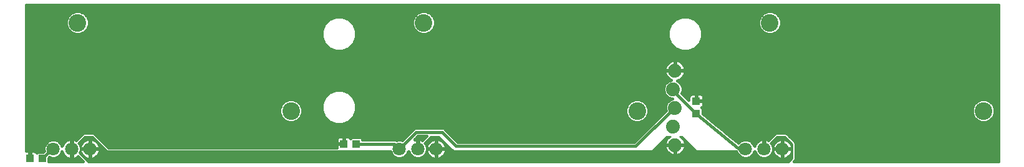
<source format=gtl>
G75*
%MOIN*%
%OFA0B0*%
%FSLAX24Y24*%
%IPPOS*%
%LPD*%
%AMOC8*
5,1,8,0,0,1.08239X$1,22.5*
%
%ADD10C,0.0709*%
%ADD11C,0.0945*%
%ADD12R,0.0394X0.0433*%
%ADD13R,0.0433X0.0394*%
%ADD14C,0.0740*%
%ADD15C,0.0160*%
%ADD16C,0.0100*%
%ADD17C,0.0376*%
D10*
X004762Y001479D03*
X005746Y001479D03*
X006730Y001479D03*
X023266Y001479D03*
X024250Y001479D03*
X025234Y001479D03*
X041770Y001479D03*
X042754Y001479D03*
X043738Y001479D03*
D11*
X035982Y003526D03*
X017478Y003526D03*
X024565Y008251D03*
X006061Y008251D03*
X043069Y008251D03*
X054486Y003526D03*
D12*
X020963Y001755D03*
X020293Y001755D03*
X004191Y000967D03*
X003522Y000967D03*
D13*
X039132Y003389D03*
X039132Y004058D03*
D14*
X038001Y003692D03*
X037901Y002692D03*
X038001Y001692D03*
X037901Y004692D03*
X038001Y005692D03*
D15*
X006350Y000804D02*
X004528Y000804D01*
X004528Y000993D01*
X004562Y001027D01*
X004663Y000985D01*
X004860Y000985D01*
X005042Y001060D01*
X005181Y001199D01*
X005234Y001327D01*
X005251Y001274D01*
X005289Y001199D01*
X005338Y001131D01*
X005398Y001072D01*
X005466Y001022D01*
X005541Y000984D01*
X005621Y000958D01*
X005704Y000945D01*
X005708Y000945D01*
X005708Y001441D01*
X005784Y001441D01*
X005784Y000945D01*
X005788Y000945D01*
X005871Y000958D01*
X005951Y000984D01*
X006026Y001022D01*
X006087Y001066D01*
X006350Y000804D01*
X006263Y000891D02*
X004528Y000891D01*
X004191Y000967D02*
X004703Y001479D01*
X004762Y001479D01*
X004267Y001525D02*
X003305Y001525D01*
X003305Y001683D02*
X004311Y001683D01*
X004343Y001759D02*
X004267Y001578D01*
X004267Y001381D01*
X004275Y001363D01*
X004236Y001324D01*
X003936Y001324D01*
X003879Y001267D01*
X003862Y001294D01*
X003829Y001328D01*
X003788Y001352D01*
X003742Y001364D01*
X003540Y001364D01*
X003540Y000986D01*
X003503Y000986D01*
X003503Y001364D01*
X003305Y001364D01*
X003305Y009202D01*
X055274Y009202D01*
X055274Y000804D01*
X044355Y000804D01*
X044440Y000889D01*
X044440Y001834D01*
X044046Y002227D01*
X044046Y002227D01*
X043935Y002339D01*
X043384Y002339D01*
X042999Y001954D01*
X042959Y001974D01*
X042879Y002000D01*
X042796Y002014D01*
X042792Y002014D01*
X042792Y001747D01*
X042716Y001670D01*
X042716Y002014D01*
X042712Y002014D01*
X042629Y002000D01*
X042549Y001974D01*
X042474Y001936D01*
X042406Y001887D01*
X042346Y001827D01*
X042297Y001759D01*
X042259Y001684D01*
X042242Y001632D01*
X042189Y001759D01*
X042050Y001898D01*
X041868Y001974D01*
X041671Y001974D01*
X041490Y001898D01*
X041392Y001801D01*
X039488Y003379D01*
X039488Y003644D01*
X039431Y003701D01*
X039459Y003717D01*
X039492Y003751D01*
X039516Y003792D01*
X039528Y003837D01*
X039528Y004040D01*
X039150Y004040D01*
X039150Y004076D01*
X039528Y004076D01*
X039528Y004279D01*
X039516Y004324D01*
X039492Y004365D01*
X039459Y004399D01*
X039418Y004423D01*
X039372Y004435D01*
X039150Y004435D01*
X039150Y004076D01*
X039113Y004076D01*
X039113Y004435D01*
X038892Y004435D01*
X038846Y004423D01*
X038805Y004399D01*
X038771Y004365D01*
X038748Y004324D01*
X038735Y004279D01*
X038735Y004096D01*
X038361Y004471D01*
X038411Y004590D01*
X038411Y004793D01*
X038333Y004981D01*
X038190Y005124D01*
X038119Y005154D01*
X038130Y005155D01*
X038212Y005182D01*
X038289Y005221D01*
X038359Y005272D01*
X038420Y005334D01*
X038471Y005404D01*
X038510Y005481D01*
X038537Y005563D01*
X038551Y005649D01*
X038551Y005672D01*
X038021Y005672D01*
X038021Y005712D01*
X038551Y005712D01*
X038551Y005735D01*
X038537Y005821D01*
X038510Y005903D01*
X038471Y005980D01*
X038420Y006050D01*
X038359Y006111D01*
X038289Y006162D01*
X038212Y006202D01*
X038130Y006228D01*
X038044Y006242D01*
X038021Y006242D01*
X038021Y005712D01*
X037981Y005712D01*
X037981Y006242D01*
X037957Y006242D01*
X037872Y006228D01*
X037790Y006202D01*
X037712Y006162D01*
X037642Y006111D01*
X037581Y006050D01*
X037530Y005980D01*
X037491Y005903D01*
X037464Y005821D01*
X037451Y005735D01*
X037451Y005712D01*
X037981Y005712D01*
X037981Y005672D01*
X037451Y005672D01*
X037451Y005649D01*
X037464Y005563D01*
X037491Y005481D01*
X037530Y005404D01*
X037581Y005334D01*
X037642Y005272D01*
X037712Y005221D01*
X037773Y005191D01*
X037612Y005124D01*
X037468Y004981D01*
X037391Y004793D01*
X037391Y004590D01*
X037468Y004403D01*
X037612Y004259D01*
X037799Y004182D01*
X037851Y004182D01*
X037712Y004124D01*
X037568Y003981D01*
X037491Y003793D01*
X037491Y003590D01*
X037507Y003551D01*
X035812Y001857D01*
X026388Y001857D01*
X025769Y002476D01*
X025640Y002605D01*
X024080Y002605D01*
X023424Y001949D01*
X023364Y001974D01*
X023167Y001974D01*
X023107Y001949D01*
X023081Y001975D01*
X021299Y001975D01*
X021299Y002029D01*
X021217Y002111D01*
X020708Y002111D01*
X020650Y002054D01*
X020634Y002082D01*
X020601Y002115D01*
X020560Y002139D01*
X020514Y002151D01*
X020312Y002151D01*
X020312Y001773D01*
X020275Y001773D01*
X020275Y001736D01*
X019916Y001736D01*
X019916Y001551D01*
X007714Y001551D01*
X007038Y002227D01*
X006927Y002339D01*
X006376Y002339D01*
X005991Y001954D01*
X005951Y001974D01*
X005871Y002000D01*
X005788Y002014D01*
X005784Y002014D01*
X005784Y001517D01*
X005708Y001517D01*
X005708Y002014D01*
X005704Y002014D01*
X005621Y002000D01*
X005541Y001974D01*
X005466Y001936D01*
X005398Y001887D01*
X005338Y001827D01*
X005289Y001759D01*
X005251Y001684D01*
X005234Y001632D01*
X005181Y001759D01*
X005042Y001898D01*
X004860Y001974D01*
X004663Y001974D01*
X004482Y001898D01*
X004343Y001759D01*
X004425Y001842D02*
X003305Y001842D01*
X003305Y002000D02*
X005620Y002000D01*
X005708Y002000D02*
X005784Y002000D01*
X005872Y002000D02*
X006038Y002000D01*
X006196Y002159D02*
X003305Y002159D01*
X003305Y002317D02*
X006355Y002317D01*
X006948Y002317D02*
X023793Y002317D01*
X023951Y002476D02*
X003305Y002476D01*
X003305Y002634D02*
X036590Y002634D01*
X036431Y002476D02*
X025769Y002476D01*
X025928Y002317D02*
X036273Y002317D01*
X036114Y002159D02*
X026086Y002159D01*
X026245Y002000D02*
X035956Y002000D01*
X035903Y001637D02*
X026297Y001637D01*
X025549Y002385D01*
X024171Y002385D01*
X023266Y001479D01*
X022990Y001755D01*
X020963Y001755D01*
X020312Y001842D02*
X020275Y001842D01*
X020275Y001773D02*
X020275Y002151D01*
X020073Y002151D01*
X020027Y002139D01*
X019986Y002115D01*
X019952Y002082D01*
X019929Y002041D01*
X019916Y001995D01*
X019916Y001773D01*
X020275Y001773D01*
X019916Y001842D02*
X007424Y001842D01*
X007582Y001683D02*
X019916Y001683D01*
X019918Y002000D02*
X007265Y002000D01*
X007107Y002159D02*
X023634Y002159D01*
X023476Y002000D02*
X021299Y002000D01*
X020312Y002000D02*
X020275Y002000D01*
X020220Y002804D02*
X019855Y002804D01*
X019517Y002944D01*
X019258Y003203D01*
X019118Y003541D01*
X019118Y003906D01*
X019258Y004244D01*
X019517Y004502D01*
X019855Y004642D01*
X020220Y004642D01*
X020558Y004502D01*
X020816Y004244D01*
X020956Y003906D01*
X020956Y003541D01*
X020816Y003203D01*
X020558Y002944D01*
X020220Y002804D01*
X020565Y002951D02*
X035771Y002951D01*
X035860Y002914D02*
X036104Y002914D01*
X036329Y003007D01*
X036501Y003180D01*
X036595Y003405D01*
X036595Y003648D01*
X036501Y003873D01*
X036329Y004046D01*
X036104Y004139D01*
X035860Y004139D01*
X035635Y004046D01*
X035463Y003873D01*
X035370Y003648D01*
X035370Y003405D01*
X035463Y003180D01*
X035635Y003007D01*
X035860Y002914D01*
X036194Y002951D02*
X036907Y002951D01*
X036748Y002793D02*
X003305Y002793D01*
X003305Y002951D02*
X017267Y002951D01*
X017356Y002914D02*
X017600Y002914D01*
X017825Y003007D01*
X017997Y003180D01*
X018091Y003405D01*
X018091Y003648D01*
X017997Y003873D01*
X017825Y004046D01*
X017600Y004139D01*
X017356Y004139D01*
X017131Y004046D01*
X016959Y003873D01*
X016866Y003648D01*
X016866Y003405D01*
X016959Y003180D01*
X017131Y003007D01*
X017356Y002914D01*
X017690Y002951D02*
X019510Y002951D01*
X019351Y003110D02*
X017928Y003110D01*
X017029Y003110D02*
X003305Y003110D01*
X003305Y003268D02*
X016922Y003268D01*
X016866Y003427D02*
X003305Y003427D01*
X003305Y003585D02*
X016866Y003585D01*
X016905Y003744D02*
X003305Y003744D01*
X003305Y003902D02*
X016988Y003902D01*
X017969Y003902D02*
X019118Y003902D01*
X019118Y003744D02*
X018051Y003744D01*
X018091Y003585D02*
X019118Y003585D01*
X019165Y003427D02*
X018091Y003427D01*
X018034Y003268D02*
X019231Y003268D01*
X020723Y003110D02*
X035533Y003110D01*
X035426Y003268D02*
X020844Y003268D01*
X020909Y003427D02*
X035370Y003427D01*
X035370Y003585D02*
X020956Y003585D01*
X020956Y003744D02*
X035409Y003744D01*
X035492Y003902D02*
X020956Y003902D01*
X020892Y004061D02*
X035672Y004061D01*
X036293Y004061D02*
X037648Y004061D01*
X037709Y004219D02*
X020827Y004219D01*
X020683Y004378D02*
X037494Y004378D01*
X038454Y004378D02*
X038784Y004378D01*
X038735Y004219D02*
X038612Y004219D01*
X039113Y004219D02*
X039150Y004219D01*
X039150Y004061D02*
X054176Y004061D01*
X054139Y004046D02*
X054364Y004139D01*
X054608Y004139D01*
X054833Y004046D01*
X055005Y003873D01*
X055099Y003648D01*
X055099Y003405D01*
X055005Y003180D01*
X054833Y003007D01*
X054608Y002914D01*
X054364Y002914D01*
X054139Y003007D01*
X053967Y003180D01*
X053874Y003405D01*
X053874Y003648D01*
X053967Y003873D01*
X054139Y004046D01*
X053996Y003902D02*
X039528Y003902D01*
X039486Y003744D02*
X053913Y003744D01*
X054977Y003902D02*
X055274Y003902D01*
X055274Y003744D02*
X055059Y003744D01*
X055099Y003585D02*
X055274Y003585D01*
X055274Y003427D02*
X055099Y003427D01*
X055042Y003268D02*
X055274Y003268D01*
X055274Y003110D02*
X054936Y003110D01*
X054698Y002951D02*
X055274Y002951D01*
X055274Y002793D02*
X040195Y002793D01*
X040004Y002951D02*
X054275Y002951D01*
X054037Y003110D02*
X039813Y003110D01*
X039622Y003268D02*
X053930Y003268D01*
X053874Y003427D02*
X039488Y003427D01*
X039488Y003585D02*
X053874Y003585D01*
X054797Y004061D02*
X055274Y004061D01*
X055274Y004219D02*
X039528Y004219D01*
X039480Y004378D02*
X055274Y004378D01*
X055274Y004536D02*
X038388Y004536D01*
X038411Y004695D02*
X055274Y004695D01*
X055274Y004853D02*
X038386Y004853D01*
X037901Y004692D02*
X037901Y004620D01*
X039132Y003389D01*
X041435Y001479D01*
X041770Y001479D01*
X042220Y001683D02*
X042258Y001683D01*
X042361Y001842D02*
X042106Y001842D01*
X042716Y001842D02*
X042792Y001842D01*
X042729Y001683D02*
X042716Y001683D01*
X041433Y001842D02*
X041342Y001842D01*
X041151Y002000D02*
X042628Y002000D01*
X042716Y002000D02*
X042792Y002000D01*
X042880Y002000D02*
X043046Y002000D01*
X043204Y002159D02*
X040960Y002159D01*
X040769Y002317D02*
X043363Y002317D01*
X043956Y002317D02*
X055274Y002317D01*
X055274Y002476D02*
X040578Y002476D01*
X040387Y002634D02*
X055274Y002634D01*
X055274Y002159D02*
X044115Y002159D01*
X044273Y002000D02*
X055274Y002000D01*
X055274Y001842D02*
X044432Y001842D01*
X044440Y001683D02*
X055274Y001683D01*
X055274Y001525D02*
X044440Y001525D01*
X044440Y001366D02*
X055274Y001366D01*
X055274Y001208D02*
X044440Y001208D01*
X044440Y001049D02*
X055274Y001049D01*
X055274Y000891D02*
X044440Y000891D01*
X037959Y003692D02*
X035903Y001637D01*
X036432Y003110D02*
X037065Y003110D01*
X037224Y003268D02*
X036538Y003268D01*
X036595Y003427D02*
X037382Y003427D01*
X037493Y003585D02*
X036595Y003585D01*
X036555Y003744D02*
X037491Y003744D01*
X037536Y003902D02*
X036473Y003902D01*
X037959Y003692D02*
X038001Y003692D01*
X039113Y004378D02*
X039150Y004378D01*
X037413Y004536D02*
X020476Y004536D01*
X019598Y004536D02*
X003305Y004536D01*
X003305Y004695D02*
X037391Y004695D01*
X037416Y004853D02*
X003305Y004853D01*
X003305Y005012D02*
X037499Y005012D01*
X037723Y005170D02*
X003305Y005170D01*
X003305Y005329D02*
X037586Y005329D01*
X037489Y005487D02*
X003305Y005487D01*
X003305Y005646D02*
X037451Y005646D01*
X037462Y005804D02*
X003305Y005804D01*
X003305Y005963D02*
X037521Y005963D01*
X037656Y006121D02*
X003305Y006121D01*
X003305Y006280D02*
X055274Y006280D01*
X055274Y006438D02*
X003305Y006438D01*
X003305Y006597D02*
X055274Y006597D01*
X055274Y006755D02*
X038758Y006755D01*
X038724Y006741D02*
X039062Y006881D01*
X039320Y007140D01*
X039460Y007478D01*
X039460Y007843D01*
X039320Y008181D01*
X039062Y008439D01*
X038724Y008579D01*
X038358Y008579D01*
X038021Y008439D01*
X037762Y008181D01*
X037622Y007843D01*
X037622Y007478D01*
X037762Y007140D01*
X038021Y006881D01*
X038358Y006741D01*
X038724Y006741D01*
X038325Y006755D02*
X020254Y006755D01*
X020220Y006741D02*
X020558Y006881D01*
X020816Y007140D01*
X020956Y007478D01*
X020956Y007843D01*
X020816Y008181D01*
X020558Y008439D01*
X020220Y008579D01*
X019855Y008579D01*
X019517Y008439D01*
X019258Y008181D01*
X019118Y007843D01*
X019118Y007478D01*
X019258Y007140D01*
X019517Y006881D01*
X019855Y006741D01*
X020220Y006741D01*
X019821Y006755D02*
X003305Y006755D01*
X003305Y006914D02*
X019484Y006914D01*
X019326Y007072D02*
X003305Y007072D01*
X003305Y007231D02*
X019221Y007231D01*
X019155Y007389D02*
X003305Y007389D01*
X003305Y007548D02*
X019118Y007548D01*
X019118Y007706D02*
X006346Y007706D01*
X006408Y007732D02*
X006580Y007904D01*
X006673Y008129D01*
X006673Y008373D01*
X006580Y008598D01*
X006408Y008770D01*
X006183Y008863D01*
X005939Y008863D01*
X005714Y008770D01*
X005542Y008598D01*
X005449Y008373D01*
X005449Y008129D01*
X005542Y007904D01*
X005714Y007732D01*
X005939Y007638D01*
X006183Y007638D01*
X006408Y007732D01*
X006541Y007865D02*
X019127Y007865D01*
X019193Y008023D02*
X006630Y008023D01*
X006673Y008182D02*
X019259Y008182D01*
X019418Y008340D02*
X006673Y008340D01*
X006621Y008499D02*
X019660Y008499D01*
X020415Y008499D02*
X024005Y008499D01*
X024046Y008598D02*
X023952Y008373D01*
X023952Y008129D01*
X024046Y007904D01*
X024218Y007732D01*
X024443Y007638D01*
X024687Y007638D01*
X024912Y007732D01*
X025084Y007904D01*
X025177Y008129D01*
X025177Y008373D01*
X025084Y008598D01*
X024912Y008770D01*
X024687Y008863D01*
X024443Y008863D01*
X024218Y008770D01*
X024046Y008598D01*
X024105Y008657D02*
X006521Y008657D01*
X006298Y008816D02*
X024328Y008816D01*
X024802Y008816D02*
X042832Y008816D01*
X042722Y008770D02*
X042947Y008863D01*
X043191Y008863D01*
X043416Y008770D01*
X043588Y008598D01*
X043681Y008373D01*
X043681Y008129D01*
X043588Y007904D01*
X043416Y007732D01*
X043191Y007638D01*
X042947Y007638D01*
X042722Y007732D01*
X042550Y007904D01*
X042456Y008129D01*
X042456Y008373D01*
X042550Y008598D01*
X042722Y008770D01*
X042609Y008657D02*
X025025Y008657D01*
X025125Y008499D02*
X038164Y008499D01*
X037922Y008340D02*
X025177Y008340D01*
X025177Y008182D02*
X037763Y008182D01*
X037697Y008023D02*
X025133Y008023D01*
X025045Y007865D02*
X037631Y007865D01*
X037622Y007706D02*
X024850Y007706D01*
X024279Y007706D02*
X020956Y007706D01*
X020956Y007548D02*
X037622Y007548D01*
X037659Y007389D02*
X020920Y007389D01*
X020854Y007231D02*
X037725Y007231D01*
X037830Y007072D02*
X020749Y007072D01*
X020590Y006914D02*
X037988Y006914D01*
X039094Y006914D02*
X055274Y006914D01*
X055274Y007072D02*
X039253Y007072D01*
X039358Y007231D02*
X055274Y007231D01*
X055274Y007389D02*
X039424Y007389D01*
X039460Y007548D02*
X055274Y007548D01*
X055274Y007706D02*
X043354Y007706D01*
X043549Y007865D02*
X055274Y007865D01*
X055274Y008023D02*
X043637Y008023D01*
X043681Y008182D02*
X055274Y008182D01*
X055274Y008340D02*
X043681Y008340D01*
X043629Y008499D02*
X055274Y008499D01*
X055274Y008657D02*
X043529Y008657D01*
X043306Y008816D02*
X055274Y008816D01*
X055274Y008974D02*
X003305Y008974D01*
X003305Y008816D02*
X005824Y008816D01*
X005601Y008657D02*
X003305Y008657D01*
X003305Y008499D02*
X005501Y008499D01*
X005449Y008340D02*
X003305Y008340D01*
X003305Y008182D02*
X005449Y008182D01*
X005492Y008023D02*
X003305Y008023D01*
X003305Y007865D02*
X005581Y007865D01*
X005775Y007706D02*
X003305Y007706D01*
X003305Y009133D02*
X055274Y009133D01*
X042783Y007706D02*
X039460Y007706D01*
X039451Y007865D02*
X042589Y007865D01*
X042500Y008023D02*
X039386Y008023D01*
X039320Y008182D02*
X042456Y008182D01*
X042456Y008340D02*
X039161Y008340D01*
X038919Y008499D02*
X042509Y008499D01*
X038345Y006121D02*
X055274Y006121D01*
X055274Y005963D02*
X038480Y005963D01*
X038540Y005804D02*
X055274Y005804D01*
X055274Y005646D02*
X038550Y005646D01*
X038513Y005487D02*
X055274Y005487D01*
X055274Y005329D02*
X038415Y005329D01*
X038175Y005170D02*
X055274Y005170D01*
X055274Y005012D02*
X038302Y005012D01*
X038021Y005804D02*
X037981Y005804D01*
X037981Y005963D02*
X038021Y005963D01*
X038021Y006121D02*
X037981Y006121D01*
X024085Y007865D02*
X020947Y007865D01*
X020882Y008023D02*
X023996Y008023D01*
X023952Y008182D02*
X020816Y008182D01*
X020657Y008340D02*
X023952Y008340D01*
X019392Y004378D02*
X003305Y004378D01*
X003305Y004219D02*
X019248Y004219D01*
X019182Y004061D02*
X017789Y004061D01*
X017168Y004061D02*
X003305Y004061D01*
X007038Y002227D02*
X007038Y002227D01*
X005784Y001842D02*
X005708Y001842D01*
X005708Y001683D02*
X005784Y001683D01*
X005784Y001525D02*
X005708Y001525D01*
X005250Y001683D02*
X005212Y001683D01*
X005098Y001842D02*
X005353Y001842D01*
X005708Y001366D02*
X005784Y001366D01*
X005784Y001208D02*
X005708Y001208D01*
X005708Y001049D02*
X005784Y001049D01*
X006063Y001049D02*
X006104Y001049D01*
X005429Y001049D02*
X005015Y001049D01*
X005184Y001208D02*
X005285Y001208D01*
X004273Y001366D02*
X003305Y001366D01*
X003503Y001208D02*
X003540Y001208D01*
X003540Y001049D02*
X003503Y001049D01*
X024085Y001987D02*
X024262Y002165D01*
X024706Y002165D01*
X024495Y001954D01*
X024455Y001974D01*
X024375Y002000D01*
X024292Y002014D01*
X024288Y002014D01*
X024288Y001747D01*
X024212Y001670D01*
X024212Y002014D01*
X024208Y002014D01*
X024125Y002000D01*
X024085Y001987D01*
X024098Y002000D02*
X024124Y002000D01*
X024212Y002000D02*
X024288Y002000D01*
X024376Y002000D02*
X024542Y002000D01*
X024700Y002159D02*
X024256Y002159D01*
X024288Y001842D02*
X024212Y001842D01*
X024212Y001683D02*
X024225Y001683D01*
D16*
X024598Y001788D02*
X024959Y002149D01*
X025352Y002149D01*
X026140Y001361D01*
X037598Y001361D01*
X037604Y001353D01*
X037662Y001295D01*
X037728Y001247D01*
X037801Y001210D01*
X037879Y001185D01*
X037951Y001173D01*
X037951Y001361D01*
X038051Y001361D01*
X038051Y001173D01*
X038122Y001185D01*
X038200Y001210D01*
X038273Y001247D01*
X038339Y001295D01*
X038397Y001353D01*
X038403Y001361D01*
X041280Y001361D01*
X041307Y001339D01*
X041338Y001307D01*
X041376Y001216D01*
X041507Y001086D01*
X041677Y001015D01*
X041862Y001015D01*
X042033Y001086D01*
X042163Y001216D01*
X042223Y001361D01*
X042300Y001361D01*
X042360Y001216D01*
X042491Y001086D01*
X042662Y001015D01*
X042846Y001015D01*
X043017Y001086D01*
X043148Y001216D01*
X043218Y001387D01*
X043218Y001572D01*
X043148Y001742D01*
X043102Y001788D01*
X043463Y002149D01*
X043856Y002149D01*
X044250Y001755D01*
X044250Y000967D01*
X044056Y000774D01*
X006648Y000774D01*
X006159Y001263D01*
X006210Y001387D01*
X006210Y001572D01*
X006140Y001742D01*
X006094Y001788D01*
X006455Y002149D01*
X006848Y002149D01*
X007636Y001361D01*
X022812Y001361D01*
X022872Y001216D01*
X023003Y001086D01*
X023173Y001015D01*
X023358Y001015D01*
X023529Y001086D01*
X023659Y001216D01*
X023719Y001361D01*
X023796Y001361D01*
X023856Y001216D01*
X023987Y001086D01*
X024158Y001015D01*
X024342Y001015D01*
X024513Y001086D01*
X024644Y001216D01*
X024714Y001387D01*
X024714Y001572D01*
X024644Y001742D01*
X024598Y001788D01*
X024630Y001756D02*
X024812Y001756D01*
X024803Y001744D02*
X024767Y001673D01*
X024742Y001597D01*
X024731Y001529D01*
X025184Y001529D01*
X025184Y001429D01*
X025284Y001429D01*
X025284Y000977D01*
X025352Y000987D01*
X025428Y001012D01*
X025499Y001048D01*
X025563Y001095D01*
X025619Y001151D01*
X025666Y001215D01*
X025702Y001286D01*
X025726Y001361D01*
X025737Y001429D01*
X025284Y001429D01*
X025284Y001529D01*
X025737Y001529D01*
X025726Y001597D01*
X025702Y001673D01*
X025666Y001744D01*
X025619Y001808D01*
X025563Y001864D01*
X025499Y001911D01*
X025428Y001947D01*
X025352Y001971D01*
X025284Y001982D01*
X025284Y001529D01*
X025184Y001529D01*
X025184Y001982D01*
X025116Y001971D01*
X025041Y001947D01*
X024970Y001911D01*
X024906Y001864D01*
X024850Y001808D01*
X024803Y001744D01*
X024762Y001657D02*
X024679Y001657D01*
X024714Y001559D02*
X024736Y001559D01*
X024714Y001460D02*
X025184Y001460D01*
X025184Y001429D02*
X024731Y001429D01*
X024742Y001361D01*
X024767Y001286D01*
X024803Y001215D01*
X024850Y001151D01*
X024906Y001095D01*
X024970Y001048D01*
X025041Y001012D01*
X025116Y000987D01*
X025184Y000977D01*
X025184Y001429D01*
X025184Y001362D02*
X025284Y001362D01*
X025284Y001460D02*
X026041Y001460D01*
X026139Y001362D02*
X025726Y001362D01*
X025690Y001263D02*
X037706Y001263D01*
X036672Y001263D01*
X036770Y001362D02*
X037598Y001362D01*
X037604Y001353D02*
X037662Y001295D01*
X037728Y001247D01*
X037801Y001210D01*
X037879Y001185D01*
X037951Y001173D01*
X037951Y001642D01*
X038051Y001642D01*
X038051Y001742D01*
X038519Y001742D01*
X038508Y001814D01*
X038483Y001891D01*
X038445Y001964D01*
X038397Y002031D01*
X038339Y002088D01*
X038273Y002137D01*
X038250Y002149D01*
X038344Y002149D01*
X039526Y000967D01*
X039526Y000774D01*
X036376Y000774D01*
X036376Y000967D01*
X037557Y002149D01*
X037752Y002149D01*
X037728Y002137D01*
X037662Y002088D01*
X037604Y002031D01*
X037556Y001964D01*
X037519Y001891D01*
X037494Y001814D01*
X037482Y001742D01*
X037951Y001742D01*
X037951Y001642D01*
X037482Y001642D01*
X037494Y001570D01*
X037519Y001492D01*
X037556Y001419D01*
X037604Y001353D01*
X037535Y001460D02*
X036869Y001460D01*
X036967Y001559D02*
X037497Y001559D01*
X037066Y001657D02*
X037951Y001657D01*
X037951Y001559D02*
X038051Y001559D01*
X038051Y001642D02*
X038051Y001173D01*
X038122Y001185D01*
X038200Y001210D01*
X038273Y001247D01*
X038339Y001295D01*
X038397Y001353D01*
X038445Y001419D01*
X038483Y001492D01*
X038508Y001570D01*
X038519Y001642D01*
X038051Y001642D01*
X038051Y001657D02*
X038836Y001657D01*
X038934Y001559D02*
X038504Y001559D01*
X038466Y001460D02*
X039033Y001460D01*
X039131Y001362D02*
X038404Y001362D01*
X038295Y001263D02*
X041357Y001263D01*
X041427Y001165D02*
X025629Y001165D01*
X025524Y001066D02*
X041553Y001066D01*
X041986Y001066D02*
X042538Y001066D01*
X042412Y001165D02*
X042112Y001165D01*
X042183Y001263D02*
X042341Y001263D01*
X042970Y001066D02*
X043449Y001066D01*
X043474Y001048D02*
X043545Y001012D01*
X043620Y000987D01*
X043688Y000977D01*
X043688Y001429D01*
X043788Y001429D01*
X043788Y000977D01*
X043856Y000987D01*
X043932Y001012D01*
X044002Y001048D01*
X044067Y001095D01*
X044123Y001151D01*
X044169Y001215D01*
X044206Y001286D01*
X044230Y001361D01*
X044241Y001429D01*
X043788Y001429D01*
X043788Y001529D01*
X044241Y001529D01*
X044230Y001597D01*
X044206Y001673D01*
X044169Y001744D01*
X044123Y001808D01*
X044067Y001864D01*
X044002Y001911D01*
X043932Y001947D01*
X043856Y001971D01*
X043788Y001982D01*
X043788Y001529D01*
X043688Y001529D01*
X043688Y001429D01*
X043235Y001429D01*
X043246Y001361D01*
X043271Y001286D01*
X043307Y001215D01*
X043353Y001151D01*
X043410Y001095D01*
X043474Y001048D01*
X043343Y001165D02*
X043096Y001165D01*
X043167Y001263D02*
X043282Y001263D01*
X043246Y001362D02*
X043208Y001362D01*
X043218Y001460D02*
X043688Y001460D01*
X043688Y001529D02*
X043235Y001529D01*
X043246Y001597D01*
X043271Y001673D01*
X043307Y001744D01*
X043353Y001808D01*
X043410Y001864D01*
X043474Y001911D01*
X043545Y001947D01*
X043620Y001971D01*
X043688Y001982D01*
X043688Y001529D01*
X043688Y001559D02*
X043788Y001559D01*
X043788Y001657D02*
X043688Y001657D01*
X043688Y001756D02*
X043788Y001756D01*
X043788Y001854D02*
X043688Y001854D01*
X043688Y001953D02*
X043788Y001953D01*
X043913Y001953D02*
X044052Y001953D01*
X044076Y001854D02*
X044151Y001854D01*
X044161Y001756D02*
X044249Y001756D01*
X044250Y001657D02*
X044211Y001657D01*
X044236Y001559D02*
X044250Y001559D01*
X044250Y001460D02*
X043788Y001460D01*
X043788Y001362D02*
X043688Y001362D01*
X043688Y001263D02*
X043788Y001263D01*
X043788Y001165D02*
X043688Y001165D01*
X043688Y001066D02*
X043788Y001066D01*
X044028Y001066D02*
X044250Y001066D01*
X044250Y000968D02*
X006454Y000968D01*
X006466Y001048D02*
X006537Y001012D01*
X006612Y000987D01*
X006680Y000977D01*
X006680Y001429D01*
X006780Y001429D01*
X006780Y000977D01*
X006848Y000987D01*
X006924Y001012D01*
X006995Y001048D01*
X007059Y001095D01*
X007115Y001151D01*
X007162Y001215D01*
X007198Y001286D01*
X007222Y001361D01*
X007233Y001429D01*
X006780Y001429D01*
X006780Y001529D01*
X007233Y001529D01*
X007222Y001597D01*
X007198Y001673D01*
X007162Y001744D01*
X007115Y001808D01*
X007059Y001864D01*
X006995Y001911D01*
X006924Y001947D01*
X006848Y001971D01*
X006780Y001982D01*
X006780Y001529D01*
X006680Y001529D01*
X006680Y001429D01*
X006228Y001429D01*
X006238Y001361D01*
X006263Y001286D01*
X006299Y001215D01*
X006346Y001151D01*
X006402Y001095D01*
X006466Y001048D01*
X006441Y001066D02*
X006356Y001066D01*
X006335Y001165D02*
X006257Y001165D01*
X006274Y001263D02*
X006159Y001263D01*
X006200Y001362D02*
X006238Y001362D01*
X006210Y001460D02*
X006680Y001460D01*
X006680Y001529D02*
X006228Y001529D01*
X006238Y001597D01*
X006263Y001673D01*
X006299Y001744D01*
X006346Y001808D01*
X006402Y001864D01*
X006466Y001911D01*
X006537Y001947D01*
X006612Y001971D01*
X006680Y001982D01*
X006680Y001529D01*
X006680Y001559D02*
X006780Y001559D01*
X006780Y001657D02*
X006680Y001657D01*
X006680Y001756D02*
X006780Y001756D01*
X006780Y001854D02*
X006680Y001854D01*
X006680Y001953D02*
X006780Y001953D01*
X006905Y001953D02*
X007044Y001953D01*
X007068Y001854D02*
X007143Y001854D01*
X007153Y001756D02*
X007241Y001756D01*
X007203Y001657D02*
X007340Y001657D01*
X007438Y001559D02*
X007228Y001559D01*
X007537Y001460D02*
X006780Y001460D01*
X006780Y001362D02*
X006680Y001362D01*
X006680Y001263D02*
X006780Y001263D01*
X006780Y001165D02*
X006680Y001165D01*
X006680Y001066D02*
X006780Y001066D01*
X007020Y001066D02*
X023049Y001066D01*
X022924Y001165D02*
X007125Y001165D01*
X007186Y001263D02*
X022853Y001263D01*
X023482Y001066D02*
X024034Y001066D01*
X023908Y001165D02*
X023608Y001165D01*
X023679Y001263D02*
X023837Y001263D01*
X024466Y001066D02*
X024945Y001066D01*
X024839Y001165D02*
X024592Y001165D01*
X024663Y001263D02*
X024778Y001263D01*
X024742Y001362D02*
X024704Y001362D01*
X025184Y001263D02*
X025284Y001263D01*
X025284Y001165D02*
X025184Y001165D01*
X025184Y001066D02*
X025284Y001066D01*
X025284Y001559D02*
X025184Y001559D01*
X025184Y001657D02*
X025284Y001657D01*
X025284Y001756D02*
X025184Y001756D01*
X025184Y001854D02*
X025284Y001854D01*
X025284Y001953D02*
X025184Y001953D01*
X025059Y001953D02*
X024763Y001953D01*
X024861Y002051D02*
X025450Y002051D01*
X025409Y001953D02*
X025548Y001953D01*
X025572Y001854D02*
X025647Y001854D01*
X025657Y001756D02*
X025745Y001756D01*
X025707Y001657D02*
X025844Y001657D01*
X025942Y001559D02*
X025732Y001559D01*
X024896Y001854D02*
X024664Y001854D01*
X036376Y000968D02*
X039525Y000968D01*
X039526Y000869D02*
X036376Y000869D01*
X036475Y001066D02*
X039427Y001066D01*
X039328Y001165D02*
X036573Y001165D01*
X037951Y001263D02*
X038051Y001263D01*
X037951Y001263D01*
X037951Y001362D02*
X038051Y001362D01*
X038051Y001460D02*
X037951Y001460D01*
X038295Y001263D02*
X039230Y001263D01*
X038737Y001756D02*
X038517Y001756D01*
X038495Y001854D02*
X038639Y001854D01*
X038540Y001953D02*
X038451Y001953D01*
X038442Y002051D02*
X038377Y002051D01*
X037625Y002051D02*
X037460Y002051D01*
X037550Y001953D02*
X037361Y001953D01*
X037263Y001854D02*
X037507Y001854D01*
X037484Y001756D02*
X037164Y001756D01*
X043134Y001756D02*
X043316Y001756D01*
X043266Y001657D02*
X043183Y001657D01*
X043218Y001559D02*
X043240Y001559D01*
X044230Y001362D02*
X044250Y001362D01*
X044250Y001263D02*
X044194Y001263D01*
X044250Y001165D02*
X044133Y001165D01*
X044152Y000869D02*
X006553Y000869D01*
X007222Y001362D02*
X007635Y001362D01*
X006258Y001657D02*
X006175Y001657D01*
X006210Y001559D02*
X006232Y001559D01*
X006308Y001756D02*
X006126Y001756D01*
X006160Y001854D02*
X006392Y001854D01*
X006259Y001953D02*
X006555Y001953D01*
X006357Y002051D02*
X006946Y002051D01*
X043168Y001854D02*
X043400Y001854D01*
X043267Y001953D02*
X043563Y001953D01*
X043365Y002051D02*
X043954Y002051D01*
D17*
X041100Y002542D03*
X035982Y002542D03*
X029289Y002542D03*
X022203Y002542D03*
X017872Y002542D03*
X010785Y002542D03*
X003699Y002542D03*
X003699Y005692D03*
X007242Y005692D03*
X014329Y005692D03*
X025746Y005692D03*
X033226Y005692D03*
X040707Y005692D03*
X044250Y005692D03*
X051337Y005692D03*
X054880Y005692D03*
X054880Y008841D03*
X047793Y008841D03*
X040707Y008841D03*
X036376Y008841D03*
X029289Y008841D03*
X022203Y008841D03*
X017872Y008841D03*
X010785Y008841D03*
X003699Y008841D03*
X047793Y002542D03*
X054880Y002542D03*
M02*

</source>
